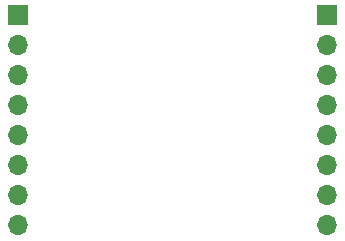
<source format=gbr>
%TF.GenerationSoftware,KiCad,Pcbnew,7.0.2*%
%TF.CreationDate,2024-04-09T17:47:28-07:00*%
%TF.ProjectId,RFM22BPCB,52464d32-3242-4504-9342-2e6b69636164,rev?*%
%TF.SameCoordinates,Original*%
%TF.FileFunction,Soldermask,Bot*%
%TF.FilePolarity,Negative*%
%FSLAX46Y46*%
G04 Gerber Fmt 4.6, Leading zero omitted, Abs format (unit mm)*
G04 Created by KiCad (PCBNEW 7.0.2) date 2024-04-09 17:47:28*
%MOMM*%
%LPD*%
G01*
G04 APERTURE LIST*
%ADD10R,1.700000X1.700000*%
%ADD11O,1.700000X1.700000*%
G04 APERTURE END LIST*
D10*
%TO.C,J1*%
X147929600Y-95097600D03*
D11*
X147929600Y-97637600D03*
X147929600Y-100177600D03*
X147929600Y-102717600D03*
X147929600Y-105257600D03*
X147929600Y-107797600D03*
X147929600Y-110337600D03*
X147929600Y-112877600D03*
%TD*%
%TO.C,J2*%
X174066200Y-112877600D03*
X174066200Y-110337600D03*
X174066200Y-107797600D03*
X174066200Y-105257600D03*
X174066200Y-102717600D03*
X174066200Y-100177600D03*
X174066200Y-97637600D03*
D10*
X174066200Y-95097600D03*
%TD*%
M02*

</source>
